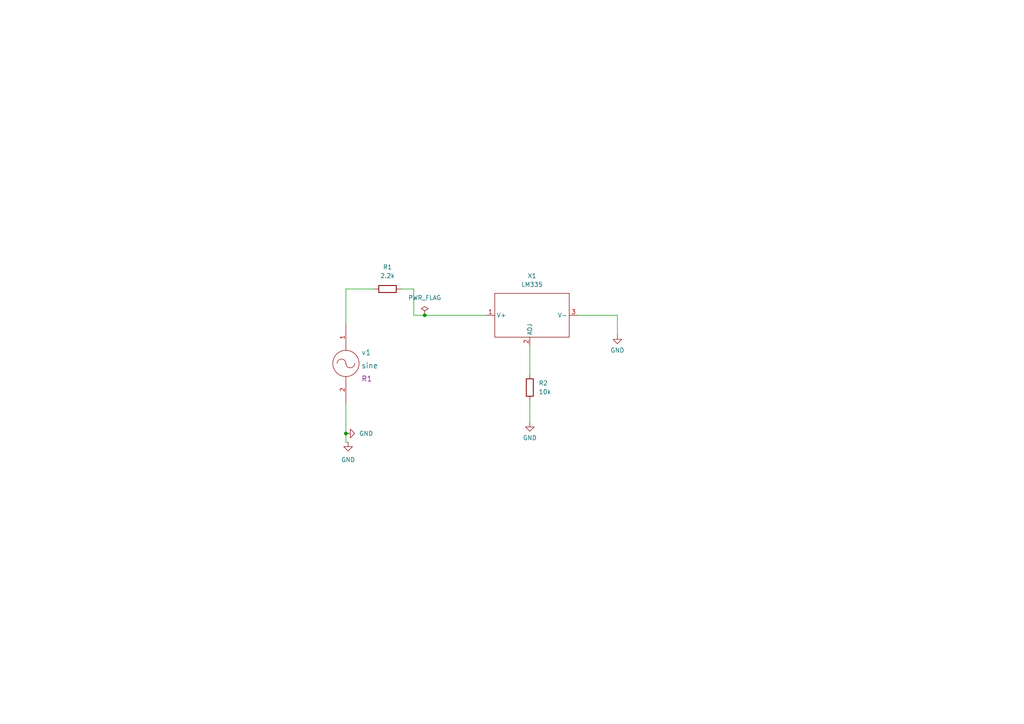
<source format=kicad_sch>
(kicad_sch (version 20211123) (generator eeschema)

  (uuid 06ce8ada-1bfa-4419-8788-5b87f663d033)

  (paper "A4")

  (lib_symbols
    (symbol "eSim_Devices:resistor" (pin_numbers hide) (pin_names (offset 0)) (in_bom yes) (on_board yes)
      (property "Reference" "R" (id 0) (at 1.27 3.302 0)
        (effects (font (size 1.27 1.27)))
      )
      (property "Value" "resistor" (id 1) (at 1.27 -1.27 0)
        (effects (font (size 1.27 1.27)))
      )
      (property "Footprint" "" (id 2) (at 1.27 -0.508 0)
        (effects (font (size 0.762 0.762)))
      )
      (property "Datasheet" "" (id 3) (at 1.27 1.27 90)
        (effects (font (size 0.762 0.762)))
      )
      (property "ki_fp_filters" "R_* Resistor_*" (id 4) (at 0 0 0)
        (effects (font (size 1.27 1.27)) hide)
      )
      (symbol "resistor_0_1"
        (rectangle (start 3.81 0.254) (end -1.27 2.286)
          (stroke (width 0.254) (type default) (color 0 0 0 0))
          (fill (type none))
        )
      )
      (symbol "resistor_1_1"
        (pin passive line (at -2.54 1.27 0) (length 1.27)
          (name "~" (effects (font (size 1.524 1.524))))
          (number "1" (effects (font (size 1.524 1.524))))
        )
        (pin passive line (at 5.08 1.27 180) (length 1.27)
          (name "~" (effects (font (size 1.524 1.524))))
          (number "2" (effects (font (size 1.524 1.524))))
        )
      )
    )
    (symbol "eSim_Power:eSim_GND" (power) (pin_names (offset 0)) (in_bom yes) (on_board yes)
      (property "Reference" "#PWR" (id 0) (at 0 -6.35 0)
        (effects (font (size 1.27 1.27)) hide)
      )
      (property "Value" "eSim_GND" (id 1) (at 0 -3.81 0)
        (effects (font (size 1.27 1.27)))
      )
      (property "Footprint" "" (id 2) (at 0 0 0)
        (effects (font (size 1.27 1.27)) hide)
      )
      (property "Datasheet" "" (id 3) (at 0 0 0)
        (effects (font (size 1.27 1.27)) hide)
      )
      (symbol "eSim_GND_0_1"
        (polyline
          (pts
            (xy 0 0)
            (xy 0 -1.27)
            (xy 1.27 -1.27)
            (xy 0 -2.54)
            (xy -1.27 -1.27)
            (xy 0 -1.27)
          )
          (stroke (width 0) (type default) (color 0 0 0 0))
          (fill (type none))
        )
      )
      (symbol "eSim_GND_1_1"
        (pin power_in line (at 0 0 270) (length 0) hide
          (name "GND" (effects (font (size 1.27 1.27))))
          (number "1" (effects (font (size 1.27 1.27))))
        )
      )
    )
    (symbol "eSim_Sources:sine" (pin_names (offset 1.016)) (in_bom yes) (on_board yes)
      (property "Reference" "v" (id 0) (at -5.08 2.54 0)
        (effects (font (size 1.524 1.524)))
      )
      (property "Value" "sine" (id 1) (at -5.08 -1.27 0)
        (effects (font (size 1.524 1.524)))
      )
      (property "Footprint" "R1" (id 2) (at -7.62 0 0)
        (effects (font (size 1.524 1.524)))
      )
      (property "Datasheet" "" (id 3) (at 0 0 0)
        (effects (font (size 1.524 1.524)))
      )
      (property "ki_fp_filters" "1_pin" (id 4) (at 0 0 0)
        (effects (font (size 1.27 1.27)) hide)
      )
      (symbol "sine_0_1"
        (arc (start 0 0) (mid -1.27 1.27) (end -2.54 0)
          (stroke (width 0) (type default) (color 0 0 0 0))
          (fill (type none))
        )
        (arc (start 0 0) (mid 1.27 -1.27) (end 2.54 0)
          (stroke (width 0) (type default) (color 0 0 0 0))
          (fill (type none))
        )
        (circle (center 0 0) (radius 3.81)
          (stroke (width 0) (type default) (color 0 0 0 0))
          (fill (type none))
        )
      )
      (symbol "sine_1_1"
        (pin input line (at 0 11.43 270) (length 7.62)
          (name "+" (effects (font (size 0 0))))
          (number "1" (effects (font (size 1.27 1.27))))
        )
        (pin input line (at 0 -11.43 90) (length 7.62)
          (name "-" (effects (font (size 0 0))))
          (number "2" (effects (font (size 1.27 1.27))))
        )
      )
    )
    (symbol "eSim_Subckt:LM335" (in_bom yes) (on_board yes)
      (property "Reference" "X" (id 0) (at 0 0 0)
        (effects (font (size 1.27 1.27)))
      )
      (property "Value" "LM335" (id 1) (at 0 2.54 0)
        (effects (font (size 1.27 1.27)))
      )
      (property "Footprint" "" (id 2) (at 0 0 0)
        (effects (font (size 1.27 1.27)) hide)
      )
      (property "Datasheet" "" (id 3) (at 0 0 0)
        (effects (font (size 1.27 1.27)) hide)
      )
      (symbol "LM335_0_1"
        (rectangle (start -10.16 5.08) (end 11.43 -7.62)
          (stroke (width 0) (type default) (color 0 0 0 0))
          (fill (type none))
        )
      )
      (symbol "LM335_1_1"
        (pin power_in line (at -12.7 -1.27 0) (length 2.54)
          (name "V+" (effects (font (size 1.27 1.27))))
          (number "1" (effects (font (size 1.27 1.27))))
        )
        (pin passive line (at 0 -10.16 90) (length 2.54)
          (name "ADJ" (effects (font (size 1.27 1.27))))
          (number "2" (effects (font (size 1.27 1.27))))
        )
        (pin passive line (at 13.97 -1.27 180) (length 2.54)
          (name "V-" (effects (font (size 1.27 1.27))))
          (number "3" (effects (font (size 1.27 1.27))))
        )
      )
    )
    (symbol "power:PWR_FLAG" (power) (pin_numbers hide) (pin_names (offset 0) hide) (in_bom yes) (on_board yes)
      (property "Reference" "#FLG" (id 0) (at 0 1.905 0)
        (effects (font (size 1.27 1.27)) hide)
      )
      (property "Value" "PWR_FLAG" (id 1) (at 0 3.81 0)
        (effects (font (size 1.27 1.27)))
      )
      (property "Footprint" "" (id 2) (at 0 0 0)
        (effects (font (size 1.27 1.27)) hide)
      )
      (property "Datasheet" "~" (id 3) (at 0 0 0)
        (effects (font (size 1.27 1.27)) hide)
      )
      (property "ki_keywords" "flag power" (id 4) (at 0 0 0)
        (effects (font (size 1.27 1.27)) hide)
      )
      (property "ki_description" "Special symbol for telling ERC where power comes from" (id 5) (at 0 0 0)
        (effects (font (size 1.27 1.27)) hide)
      )
      (symbol "PWR_FLAG_0_0"
        (pin power_out line (at 0 0 90) (length 0)
          (name "pwr" (effects (font (size 1.27 1.27))))
          (number "1" (effects (font (size 1.27 1.27))))
        )
      )
      (symbol "PWR_FLAG_0_1"
        (polyline
          (pts
            (xy 0 0)
            (xy 0 1.27)
            (xy -1.016 1.905)
            (xy 0 2.54)
            (xy 1.016 1.905)
            (xy 0 1.27)
          )
          (stroke (width 0) (type default) (color 0 0 0 0))
          (fill (type none))
        )
      )
    )
  )

  (junction (at 100.33 125.73) (diameter 0) (color 0 0 0 0)
    (uuid 478e3506-7c22-47c7-acb5-61085f1f16d8)
  )
  (junction (at 123.19 91.44) (diameter 0) (color 0 0 0 0)
    (uuid a92ff398-398c-4b46-b7a0-1398b61348d3)
  )

  (wire (pts (xy 120.015 91.44) (xy 120.015 83.82))
    (stroke (width 0) (type default) (color 0 0 0 0))
    (uuid 06aa3f26-09e6-4287-939e-93dc311e9f6b)
  )
  (wire (pts (xy 179.07 91.44) (xy 179.07 97.155))
    (stroke (width 0) (type default) (color 0 0 0 0))
    (uuid 18534660-3465-44c8-8576-14cfce63f954)
  )
  (wire (pts (xy 108.585 83.82) (xy 100.33 83.82))
    (stroke (width 0) (type default) (color 0 0 0 0))
    (uuid 2b6efd42-ab2d-46b8-a954-14aef10a6c2f)
  )
  (wire (pts (xy 100.33 83.82) (xy 100.33 93.98))
    (stroke (width 0) (type default) (color 0 0 0 0))
    (uuid 3d95e497-5815-42e4-a76f-c315fbcc2537)
  )
  (wire (pts (xy 100.33 125.73) (xy 100.33 128.27))
    (stroke (width 0) (type default) (color 0 0 0 0))
    (uuid 3db1f76e-808f-4ad8-8996-4153c72de334)
  )
  (wire (pts (xy 123.19 91.44) (xy 120.015 91.44))
    (stroke (width 0) (type default) (color 0 0 0 0))
    (uuid 56b92a1a-f16f-418c-b1f8-dca6dcf733e7)
  )
  (wire (pts (xy 153.67 116.205) (xy 153.67 122.555))
    (stroke (width 0) (type default) (color 0 0 0 0))
    (uuid 65dd9087-d8fa-4cb1-93dc-f14455c3bffd)
  )
  (wire (pts (xy 120.015 83.82) (xy 116.205 83.82))
    (stroke (width 0) (type default) (color 0 0 0 0))
    (uuid 70cce24d-a7ed-442c-b891-9bf5f304c13f)
  )
  (wire (pts (xy 123.19 91.44) (xy 140.97 91.44))
    (stroke (width 0) (type default) (color 0 0 0 0))
    (uuid 90f96b67-3b46-4ae3-8846-ea2936092c7d)
  )
  (wire (pts (xy 153.67 100.33) (xy 153.67 108.585))
    (stroke (width 0) (type default) (color 0 0 0 0))
    (uuid c633c185-e6e4-465d-9fe5-52f947009d78)
  )
  (wire (pts (xy 167.64 91.44) (xy 179.07 91.44))
    (stroke (width 0) (type default) (color 0 0 0 0))
    (uuid d137da0a-0983-442f-8439-0d37090a1728)
  )
  (wire (pts (xy 100.33 128.27) (xy 100.965 128.27))
    (stroke (width 0) (type default) (color 0 0 0 0))
    (uuid ef770c14-b843-45a7-ae1d-c359acc1c1ff)
  )
  (wire (pts (xy 100.33 116.84) (xy 100.33 125.73))
    (stroke (width 0) (type default) (color 0 0 0 0))
    (uuid f8cad506-f941-47bf-9483-2459d7c0e31a)
  )

  (symbol (lib_id "eSim_Devices:resistor") (at 154.94 113.665 90) (unit 1)
    (in_bom yes) (on_board yes) (fields_autoplaced)
    (uuid 0cdab1a5-381d-4128-b3dc-f6df6c586d17)
    (property "Reference" "R2" (id 0) (at 156.21 111.1249 90)
      (effects (font (size 1.27 1.27)) (justify right))
    )
    (property "Value" "10k" (id 1) (at 156.21 113.6649 90)
      (effects (font (size 1.27 1.27)) (justify right))
    )
    (property "Footprint" "" (id 2) (at 155.448 112.395 0)
      (effects (font (size 0.762 0.762)))
    )
    (property "Datasheet" "" (id 3) (at 153.67 112.395 90)
      (effects (font (size 0.762 0.762)))
    )
    (pin "1" (uuid f2486c41-8b89-4e52-9035-e9ceda61e89f))
    (pin "2" (uuid db7309ad-03fa-4256-83ec-17651e752525))
  )

  (symbol (lib_id "eSim_Power:eSim_GND") (at 100.33 125.73 90) (unit 1)
    (in_bom yes) (on_board yes) (fields_autoplaced)
    (uuid 14c58dac-ad92-42ba-a69f-a41c3b86cc7f)
    (property "Reference" "#PWR01" (id 0) (at 106.68 125.73 0)
      (effects (font (size 1.27 1.27)) hide)
    )
    (property "Value" "eSim_GND" (id 1) (at 104.14 125.7299 90)
      (effects (font (size 1.27 1.27)) (justify right))
    )
    (property "Footprint" "" (id 2) (at 100.33 125.73 0)
      (effects (font (size 1.27 1.27)) hide)
    )
    (property "Datasheet" "" (id 3) (at 100.33 125.73 0)
      (effects (font (size 1.27 1.27)) hide)
    )
    (pin "1" (uuid 5994bc1f-08d8-4479-87d4-0304dc5c0d52))
  )

  (symbol (lib_id "eSim_Devices:resistor") (at 111.125 85.09 0) (unit 1)
    (in_bom yes) (on_board yes) (fields_autoplaced)
    (uuid 53c94a6f-200e-49ad-9188-161a5e9ad4d0)
    (property "Reference" "R1" (id 0) (at 112.395 77.47 0))
    (property "Value" "2.2k" (id 1) (at 112.395 80.01 0))
    (property "Footprint" "" (id 2) (at 112.395 85.598 0)
      (effects (font (size 0.762 0.762)))
    )
    (property "Datasheet" "" (id 3) (at 112.395 83.82 90)
      (effects (font (size 0.762 0.762)))
    )
    (pin "1" (uuid bbb747a5-4293-44d3-961d-51b2000e45ff))
    (pin "2" (uuid 0e7734d7-323f-49ef-af36-160d81599b36))
  )

  (symbol (lib_id "eSim_Power:eSim_GND") (at 179.07 97.155 0) (unit 1)
    (in_bom yes) (on_board yes) (fields_autoplaced)
    (uuid 711b24f4-4f64-4df7-b6dc-77ee1ea00f40)
    (property "Reference" "#PWR03" (id 0) (at 179.07 103.505 0)
      (effects (font (size 1.27 1.27)) hide)
    )
    (property "Value" "eSim_GND" (id 1) (at 179.07 101.6 0))
    (property "Footprint" "" (id 2) (at 179.07 97.155 0)
      (effects (font (size 1.27 1.27)) hide)
    )
    (property "Datasheet" "" (id 3) (at 179.07 97.155 0)
      (effects (font (size 1.27 1.27)) hide)
    )
    (pin "1" (uuid ca1e6b25-e352-4d03-9bbb-57cd57ac79e3))
  )

  (symbol (lib_id "eSim_Sources:sine") (at 100.33 105.41 0) (unit 1)
    (in_bom yes) (on_board yes) (fields_autoplaced)
    (uuid 81b2de86-4eeb-4699-b5f6-ed5604c15fe9)
    (property "Reference" "v1" (id 0) (at 104.775 102.235 0)
      (effects (font (size 1.524 1.524)) (justify left))
    )
    (property "Value" "sine" (id 1) (at 104.775 106.045 0)
      (effects (font (size 1.524 1.524)) (justify left))
    )
    (property "Footprint" "R1" (id 2) (at 104.775 109.855 0)
      (effects (font (size 1.524 1.524)) (justify left))
    )
    (property "Datasheet" "" (id 3) (at 100.33 105.41 0)
      (effects (font (size 1.524 1.524)))
    )
    (property "Spice_Primitive" "V" (id 4) (at 100.33 105.41 0)
      (effects (font (size 1.27 1.27)) hide)
    )
    (property "Spice_Model" "sin(0 1 1k)" (id 5) (at 100.33 105.41 0)
      (effects (font (size 1.27 1.27)) hide)
    )
    (property "Spice_Netlist_Enabled" "Y" (id 6) (at 100.33 105.41 0)
      (effects (font (size 1.27 1.27)) hide)
    )
    (pin "1" (uuid 57856d7e-998f-4c76-a442-5f8a461abe5a))
    (pin "2" (uuid a0ae38b5-5cb6-447c-99c4-fc3b6b2619e8))
  )

  (symbol (lib_id "power:PWR_FLAG") (at 123.19 91.44 0) (unit 1)
    (in_bom yes) (on_board yes) (fields_autoplaced)
    (uuid a08818f9-e716-4843-8eb1-2ccca95f5fda)
    (property "Reference" "#FLG01" (id 0) (at 123.19 89.535 0)
      (effects (font (size 1.27 1.27)) hide)
    )
    (property "Value" "PWR_FLAG" (id 1) (at 123.19 86.36 0))
    (property "Footprint" "" (id 2) (at 123.19 91.44 0)
      (effects (font (size 1.27 1.27)) hide)
    )
    (property "Datasheet" "~" (id 3) (at 123.19 91.44 0)
      (effects (font (size 1.27 1.27)) hide)
    )
    (pin "1" (uuid 3d72fa61-a39d-49db-8287-5584240a313b))
  )

  (symbol (lib_id "eSim_Power:eSim_GND") (at 100.965 128.27 0) (unit 1)
    (in_bom yes) (on_board yes) (fields_autoplaced)
    (uuid d5a36cd7-a4c7-42a2-a0d9-0227966e63b3)
    (property "Reference" "#PWR04" (id 0) (at 100.965 134.62 0)
      (effects (font (size 1.27 1.27)) hide)
    )
    (property "Value" "eSim_GND" (id 1) (at 100.965 133.35 0))
    (property "Footprint" "" (id 2) (at 100.965 128.27 0)
      (effects (font (size 1.27 1.27)) hide)
    )
    (property "Datasheet" "" (id 3) (at 100.965 128.27 0)
      (effects (font (size 1.27 1.27)) hide)
    )
    (pin "1" (uuid 862eae28-076a-4653-a8d7-cdcec81fa1ce))
  )

  (symbol (lib_id "eSim_Power:eSim_GND") (at 153.67 122.555 0) (unit 1)
    (in_bom yes) (on_board yes) (fields_autoplaced)
    (uuid e07e4ee2-49bf-4d69-8497-5deb0c318f16)
    (property "Reference" "#PWR02" (id 0) (at 153.67 128.905 0)
      (effects (font (size 1.27 1.27)) hide)
    )
    (property "Value" "eSim_GND" (id 1) (at 153.67 127 0))
    (property "Footprint" "" (id 2) (at 153.67 122.555 0)
      (effects (font (size 1.27 1.27)) hide)
    )
    (property "Datasheet" "" (id 3) (at 153.67 122.555 0)
      (effects (font (size 1.27 1.27)) hide)
    )
    (pin "1" (uuid 4a6b11c2-3e8f-4ac6-8e1c-7acdc06f1ef5))
  )

  (symbol (lib_id "eSim_Subckt:LM335") (at 153.67 90.17 0) (unit 1)
    (in_bom yes) (on_board yes) (fields_autoplaced)
    (uuid e0dc2991-c554-4911-badd-d8ebd67055f8)
    (property "Reference" "X1" (id 0) (at 154.305 80.01 0))
    (property "Value" "LM335" (id 1) (at 154.305 82.55 0))
    (property "Footprint" "" (id 2) (at 153.67 90.17 0)
      (effects (font (size 1.27 1.27)) hide)
    )
    (property "Datasheet" "" (id 3) (at 153.67 90.17 0)
      (effects (font (size 1.27 1.27)) hide)
    )
    (pin "1" (uuid 67636b59-7c39-4e06-ab95-6d118693c0e7))
    (pin "2" (uuid 54c334b2-3b3d-4248-8e8a-18fa171067b5))
    (pin "3" (uuid 1fce0d30-6e84-46c3-8bdf-515946be0d92))
  )

  (sheet_instances
    (path "/" (page "1"))
  )

  (symbol_instances
    (path "/a08818f9-e716-4843-8eb1-2ccca95f5fda"
      (reference "#FLG01") (unit 1) (value "PWR_FLAG") (footprint "")
    )
    (path "/14c58dac-ad92-42ba-a69f-a41c3b86cc7f"
      (reference "#PWR01") (unit 1) (value "eSim_GND") (footprint "")
    )
    (path "/e07e4ee2-49bf-4d69-8497-5deb0c318f16"
      (reference "#PWR02") (unit 1) (value "eSim_GND") (footprint "")
    )
    (path "/711b24f4-4f64-4df7-b6dc-77ee1ea00f40"
      (reference "#PWR03") (unit 1) (value "eSim_GND") (footprint "")
    )
    (path "/d5a36cd7-a4c7-42a2-a0d9-0227966e63b3"
      (reference "#PWR04") (unit 1) (value "eSim_GND") (footprint "")
    )
    (path "/53c94a6f-200e-49ad-9188-161a5e9ad4d0"
      (reference "R1") (unit 1) (value "2.2k") (footprint "")
    )
    (path "/0cdab1a5-381d-4128-b3dc-f6df6c586d17"
      (reference "R2") (unit 1) (value "10k") (footprint "")
    )
    (path "/e0dc2991-c554-4911-badd-d8ebd67055f8"
      (reference "X1") (unit 1) (value "LM335") (footprint "")
    )
    (path "/81b2de86-4eeb-4699-b5f6-ed5604c15fe9"
      (reference "v1") (unit 1) (value "sine") (footprint "R1")
    )
  )
)

</source>
